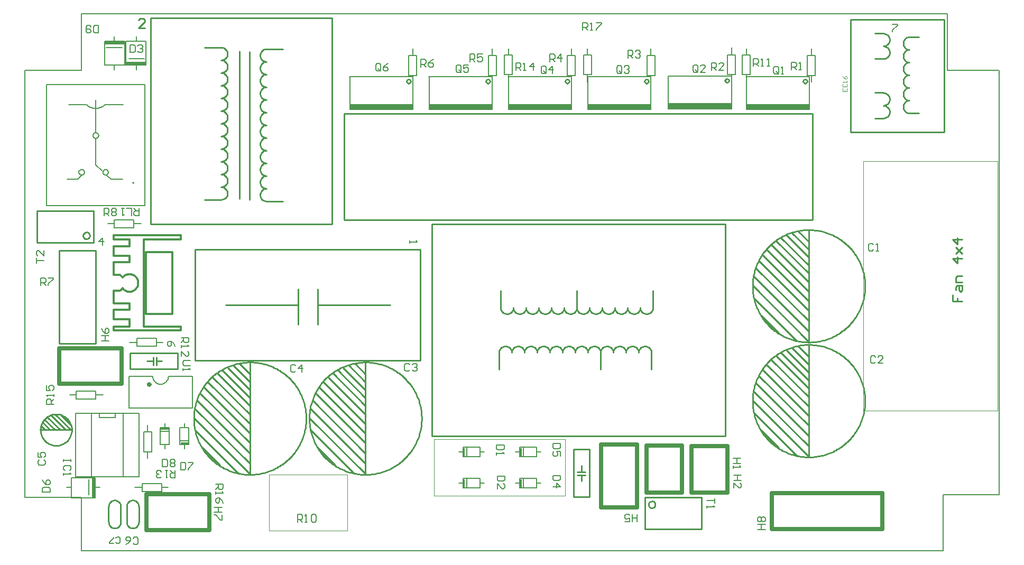
<source format=gto>
%FSLAX24Y24*%
%MOIN*%
G70*
G01*
G75*
%ADD10C,0.0394*%
%ADD11C,0.0591*%
%ADD12C,0.0787*%
%ADD13C,0.1969*%
%ADD14C,0.1575*%
%ADD15C,0.1181*%
%ADD16C,0.0984*%
%ADD17C,0.0984*%
%ADD18C,0.1000*%
%ADD19C,0.0591*%
%ADD20C,0.0787*%
%ADD21C,0.1969*%
%ADD22C,0.0800*%
%ADD23C,0.0709*%
%ADD24C,0.0630*%
%ADD25R,0.0630X0.0630*%
%ADD26O,0.0630X0.0787*%
%ADD27C,0.1200*%
%ADD28O,0.0800X0.1000*%
%ADD29R,0.0800X0.1000*%
%ADD30R,0.0787X0.0787*%
%ADD31O,0.0650X0.1000*%
%ADD32R,0.0650X0.1000*%
%ADD33R,0.0800X0.0800*%
%ADD34C,0.1181*%
%ADD35R,0.1181X0.1181*%
%ADD36O,0.0900X0.0600*%
%ADD37R,0.0900X0.0600*%
%ADD38O,0.0787X0.0591*%
%ADD39R,0.0630X0.0630*%
%ADD40R,0.1000X0.0650*%
%ADD41O,0.1000X0.0650*%
%ADD42R,0.0800X0.0800*%
%ADD43O,0.0591X0.0512*%
%ADD44R,0.0591X0.0512*%
G04:AMPARAMS|DCode=45|XSize=70mil|YSize=90mil|CornerRadius=0mil|HoleSize=0mil|Usage=FLASHONLY|Rotation=90.000|XOffset=0mil|YOffset=0mil|HoleType=Round|Shape=Octagon|*
%AMOCTAGOND45*
4,1,8,-0.0450,-0.0175,-0.0450,0.0175,-0.0275,0.0350,0.0275,0.0350,0.0450,0.0175,0.0450,-0.0175,0.0275,-0.0350,-0.0275,-0.0350,-0.0450,-0.0175,0.0*
%
%ADD45OCTAGOND45*%

%ADD46C,0.0394*%
%ADD47C,0.0100*%
%ADD48C,0.0070*%
%ADD49C,0.0150*%
%ADD50C,0.0120*%
%ADD51C,0.0039*%
%ADD52C,0.0079*%
%ADD53C,0.0250*%
%ADD54C,0.0080*%
%ADD55R,0.3990X0.0360*%
%ADD56R,0.0150X0.0550*%
%ADD57R,0.1260X0.0200*%
%ADD58R,0.0550X0.0150*%
%ADD59R,0.0200X0.1260*%
D47*
X328724Y31215D02*
X328820Y31227D01*
X328910Y31261D01*
X328989Y31316D01*
X329053Y31388D01*
X329098Y31473D01*
X329121Y31567D01*
Y31663D01*
X329098Y31757D01*
X329053Y31842D01*
X328989Y31914D01*
X328910Y31969D01*
X328820Y32003D01*
X328724Y32015D01*
X328820Y32027D01*
X328910Y32061D01*
X328989Y32116D01*
X329053Y32188D01*
X329098Y32273D01*
X329121Y32367D01*
Y32463D01*
X329098Y32557D01*
X329053Y32642D01*
X328989Y32714D01*
X328910Y32769D01*
X328820Y32803D01*
X328724Y32815D01*
X328820Y32827D01*
X328910Y32861D01*
X328989Y32916D01*
X329053Y32988D01*
X329098Y33073D01*
X329121Y33167D01*
Y33263D01*
X329098Y33357D01*
X329053Y33442D01*
X328989Y33514D01*
X328910Y33569D01*
X328820Y33603D01*
X328724Y33615D01*
Y35215D02*
X328820Y35227D01*
X328910Y35261D01*
X328989Y35316D01*
X329053Y35388D01*
X329098Y35473D01*
X329121Y35567D01*
Y35663D01*
X329098Y35757D01*
X329053Y35842D01*
X328989Y35914D01*
X328910Y35969D01*
X328820Y36003D01*
X328724Y36015D01*
Y34415D02*
X328820Y34427D01*
X328910Y34461D01*
X328989Y34516D01*
X329053Y34588D01*
X329098Y34673D01*
X329121Y34767D01*
Y34863D01*
X329098Y34957D01*
X329053Y35042D01*
X328989Y35114D01*
X328910Y35169D01*
X328820Y35203D01*
X328724Y35215D01*
Y33615D02*
X328820Y33627D01*
X328910Y33661D01*
X328989Y33716D01*
X329053Y33788D01*
X329098Y33873D01*
X329121Y33967D01*
Y34063D01*
X329098Y34157D01*
X329053Y34242D01*
X328989Y34314D01*
X328910Y34369D01*
X328820Y34403D01*
X328724Y34415D01*
Y38415D02*
X328820Y38427D01*
X328910Y38461D01*
X328989Y38516D01*
X329053Y38588D01*
X329098Y38673D01*
X329121Y38767D01*
Y38863D01*
X329098Y38957D01*
X329053Y39042D01*
X328989Y39114D01*
X328910Y39169D01*
X328820Y39203D01*
X328724Y39215D01*
X328820Y39227D01*
X328910Y39261D01*
X328989Y39316D01*
X329053Y39388D01*
X329098Y39473D01*
X329121Y39567D01*
Y39663D01*
X329098Y39757D01*
X329053Y39842D01*
X328989Y39914D01*
X328910Y39969D01*
X328820Y40003D01*
X328724Y40015D01*
X328820Y40027D01*
X328910Y40061D01*
X328989Y40116D01*
X329053Y40188D01*
X329098Y40273D01*
X329121Y40367D01*
Y40463D01*
X329098Y40557D01*
X329053Y40642D01*
X328989Y40714D01*
X328910Y40769D01*
X328820Y40803D01*
X328724Y40815D01*
Y37615D02*
X328820Y37627D01*
X328910Y37661D01*
X328989Y37716D01*
X329053Y37788D01*
X329098Y37873D01*
X329121Y37967D01*
Y38063D01*
X329098Y38157D01*
X329053Y38242D01*
X328989Y38314D01*
X328910Y38369D01*
X328820Y38403D01*
X328724Y38415D01*
Y36815D02*
X328820Y36827D01*
X328910Y36861D01*
X328989Y36916D01*
X329053Y36988D01*
X329098Y37073D01*
X329121Y37167D01*
Y37263D01*
X329098Y37357D01*
X329053Y37442D01*
X328989Y37514D01*
X328910Y37569D01*
X328820Y37603D01*
X328724Y37615D01*
Y36015D02*
X328820Y36027D01*
X328910Y36061D01*
X328989Y36116D01*
X329053Y36188D01*
X329098Y36273D01*
X329121Y36367D01*
Y36463D01*
X329098Y36557D01*
X329053Y36642D01*
X328989Y36714D01*
X328910Y36769D01*
X328820Y36803D01*
X328724Y36815D01*
X331574Y35915D02*
X331478Y35903D01*
X331388Y35869D01*
X331309Y35814D01*
X331245Y35742D01*
X331200Y35657D01*
X331177Y35563D01*
Y35467D01*
X331200Y35373D01*
X331245Y35288D01*
X331309Y35216D01*
X331388Y35161D01*
X331478Y35127D01*
X331574Y35115D01*
X331478Y35103D01*
X331388Y35069D01*
X331309Y35014D01*
X331245Y34942D01*
X331200Y34857D01*
X331177Y34763D01*
Y34667D01*
X331200Y34573D01*
X331245Y34488D01*
X331309Y34416D01*
X331388Y34361D01*
X331478Y34327D01*
X331574Y34315D01*
X331478Y34303D01*
X331388Y34269D01*
X331309Y34214D01*
X331245Y34142D01*
X331200Y34057D01*
X331177Y33963D01*
Y33867D01*
X331200Y33773D01*
X331245Y33688D01*
X331309Y33616D01*
X331388Y33561D01*
X331478Y33527D01*
X331574Y33515D01*
Y31915D02*
X331478Y31903D01*
X331388Y31869D01*
X331309Y31814D01*
X331245Y31742D01*
X331200Y31657D01*
X331177Y31563D01*
Y31467D01*
X331200Y31373D01*
X331245Y31288D01*
X331309Y31216D01*
X331388Y31161D01*
X331478Y31127D01*
X331574Y31115D01*
Y32715D02*
X331478Y32703D01*
X331388Y32669D01*
X331309Y32614D01*
X331245Y32542D01*
X331200Y32457D01*
X331177Y32363D01*
Y32267D01*
X331200Y32173D01*
X331245Y32088D01*
X331309Y32016D01*
X331388Y31961D01*
X331478Y31927D01*
X331574Y31915D01*
Y33515D02*
X331478Y33503D01*
X331388Y33469D01*
X331309Y33414D01*
X331245Y33342D01*
X331200Y33257D01*
X331177Y33163D01*
Y33067D01*
X331200Y32973D01*
X331245Y32888D01*
X331309Y32816D01*
X331388Y32761D01*
X331478Y32727D01*
X331574Y32715D01*
Y38315D02*
X331478Y38303D01*
X331388Y38269D01*
X331309Y38214D01*
X331245Y38142D01*
X331200Y38057D01*
X331177Y37963D01*
Y37867D01*
X331200Y37773D01*
X331245Y37688D01*
X331309Y37616D01*
X331388Y37561D01*
X331478Y37527D01*
X331574Y37515D01*
X331478Y37503D01*
X331388Y37469D01*
X331309Y37414D01*
X331245Y37342D01*
X331200Y37257D01*
X331177Y37163D01*
Y37067D01*
X331200Y36973D01*
X331245Y36888D01*
X331309Y36816D01*
X331388Y36761D01*
X331478Y36727D01*
X331574Y36715D01*
X331478Y36703D01*
X331388Y36669D01*
X331309Y36614D01*
X331245Y36542D01*
X331200Y36457D01*
X331177Y36363D01*
Y36267D01*
X331200Y36173D01*
X331245Y36088D01*
X331309Y36016D01*
X331388Y35961D01*
X331478Y35927D01*
X331574Y35915D01*
Y39115D02*
X331478Y39103D01*
X331388Y39069D01*
X331309Y39014D01*
X331245Y38942D01*
X331200Y38857D01*
X331177Y38763D01*
Y38667D01*
X331200Y38573D01*
X331245Y38488D01*
X331309Y38416D01*
X331388Y38361D01*
X331478Y38327D01*
X331574Y38315D01*
Y39915D02*
X331478Y39903D01*
X331388Y39869D01*
X331309Y39814D01*
X331245Y39742D01*
X331200Y39657D01*
X331177Y39563D01*
Y39467D01*
X331200Y39373D01*
X331245Y39288D01*
X331309Y39216D01*
X331388Y39161D01*
X331478Y39127D01*
X331574Y39115D01*
Y40715D02*
X331478Y40703D01*
X331388Y40669D01*
X331309Y40614D01*
X331245Y40542D01*
X331200Y40457D01*
X331177Y40363D01*
Y40267D01*
X331200Y40173D01*
X331245Y40088D01*
X331309Y40016D01*
X331388Y39961D01*
X331478Y39927D01*
X331574Y39915D01*
X355850Y21565D02*
X355839Y21660D01*
X355805Y21750D01*
X355750Y21830D01*
X355678Y21894D01*
X355592Y21939D01*
X355499Y21962D01*
X355402D01*
X355309Y21939D01*
X355223Y21894D01*
X355151Y21830D01*
X355096Y21750D01*
X355062Y21660D01*
X355050Y21565D01*
X355039Y21660D01*
X355005Y21750D01*
X354950Y21830D01*
X354878Y21894D01*
X354792Y21939D01*
X354699Y21962D01*
X354602D01*
X354509Y21939D01*
X354423Y21894D01*
X354351Y21830D01*
X354296Y21750D01*
X354262Y21660D01*
X354250Y21565D01*
X354239Y21660D01*
X354205Y21750D01*
X354150Y21830D01*
X354078Y21894D01*
X353992Y21939D01*
X353899Y21962D01*
X353802D01*
X353709Y21939D01*
X353623Y21894D01*
X353551Y21830D01*
X353496Y21750D01*
X353462Y21660D01*
X353450Y21565D01*
X351850D02*
X351839Y21660D01*
X351805Y21750D01*
X351750Y21830D01*
X351678Y21894D01*
X351592Y21939D01*
X351499Y21962D01*
X351402D01*
X351309Y21939D01*
X351223Y21894D01*
X351151Y21830D01*
X351096Y21750D01*
X351062Y21660D01*
X351050Y21565D01*
X352650D02*
X352639Y21660D01*
X352605Y21750D01*
X352550Y21830D01*
X352478Y21894D01*
X352392Y21939D01*
X352299Y21962D01*
X352202D01*
X352109Y21939D01*
X352023Y21894D01*
X351951Y21830D01*
X351896Y21750D01*
X351862Y21660D01*
X351850Y21565D01*
X353450D02*
X353439Y21660D01*
X353405Y21750D01*
X353350Y21830D01*
X353278Y21894D01*
X353192Y21939D01*
X353099Y21962D01*
X353002D01*
X352909Y21939D01*
X352823Y21894D01*
X352751Y21830D01*
X352696Y21750D01*
X352662Y21660D01*
X352650Y21565D01*
X348650D02*
X348639Y21660D01*
X348605Y21750D01*
X348550Y21830D01*
X348478Y21894D01*
X348392Y21939D01*
X348299Y21962D01*
X348202D01*
X348109Y21939D01*
X348023Y21894D01*
X347951Y21830D01*
X347896Y21750D01*
X347862Y21660D01*
X347850Y21565D01*
X347839Y21660D01*
X347805Y21750D01*
X347750Y21830D01*
X347678Y21894D01*
X347592Y21939D01*
X347499Y21962D01*
X347402D01*
X347309Y21939D01*
X347223Y21894D01*
X347151Y21830D01*
X347096Y21750D01*
X347062Y21660D01*
X347050Y21565D01*
X347039Y21660D01*
X347005Y21750D01*
X346950Y21830D01*
X346878Y21894D01*
X346792Y21939D01*
X346699Y21962D01*
X346602D01*
X346509Y21939D01*
X346423Y21894D01*
X346351Y21830D01*
X346296Y21750D01*
X346262Y21660D01*
X346250Y21565D01*
X349450D02*
X349439Y21660D01*
X349405Y21750D01*
X349350Y21830D01*
X349278Y21894D01*
X349192Y21939D01*
X349099Y21962D01*
X349002D01*
X348909Y21939D01*
X348823Y21894D01*
X348751Y21830D01*
X348696Y21750D01*
X348662Y21660D01*
X348650Y21565D01*
X350250D02*
X350239Y21660D01*
X350205Y21750D01*
X350150Y21830D01*
X350078Y21894D01*
X349992Y21939D01*
X349899Y21962D01*
X349802D01*
X349709Y21939D01*
X349623Y21894D01*
X349551Y21830D01*
X349496Y21750D01*
X349462Y21660D01*
X349450Y21565D01*
X351050D02*
X351039Y21660D01*
X351005Y21750D01*
X350950Y21830D01*
X350878Y21894D01*
X350792Y21939D01*
X350699Y21962D01*
X350602D01*
X350509Y21939D01*
X350423Y21894D01*
X350351Y21830D01*
X350296Y21750D01*
X350262Y21660D01*
X350250Y21565D01*
X351150Y24415D02*
X351162Y24319D01*
X351196Y24229D01*
X351251Y24149D01*
X351323Y24085D01*
X351409Y24041D01*
X351502Y24017D01*
X351599D01*
X351692Y24041D01*
X351778Y24085D01*
X351850Y24149D01*
X351905Y24229D01*
X351939Y24319D01*
X351950Y24415D01*
X351962Y24319D01*
X351996Y24229D01*
X352051Y24149D01*
X352123Y24085D01*
X352209Y24041D01*
X352302Y24017D01*
X352399D01*
X352492Y24041D01*
X352578Y24085D01*
X352650Y24149D01*
X352705Y24229D01*
X352739Y24319D01*
X352750Y24415D01*
X352762Y24319D01*
X352796Y24229D01*
X352851Y24149D01*
X352923Y24085D01*
X353009Y24041D01*
X353102Y24017D01*
X353199D01*
X353292Y24041D01*
X353378Y24085D01*
X353450Y24149D01*
X353505Y24229D01*
X353539Y24319D01*
X353550Y24415D01*
X355150D02*
X355162Y24319D01*
X355196Y24229D01*
X355251Y24149D01*
X355323Y24085D01*
X355409Y24041D01*
X355502Y24017D01*
X355599D01*
X355692Y24041D01*
X355778Y24085D01*
X355850Y24149D01*
X355905Y24229D01*
X355939Y24319D01*
X355950Y24415D01*
X354350D02*
X354362Y24319D01*
X354396Y24229D01*
X354451Y24149D01*
X354523Y24085D01*
X354609Y24041D01*
X354702Y24017D01*
X354799D01*
X354892Y24041D01*
X354978Y24085D01*
X355050Y24149D01*
X355105Y24229D01*
X355139Y24319D01*
X355150Y24415D01*
X353550D02*
X353562Y24319D01*
X353596Y24229D01*
X353651Y24149D01*
X353723Y24085D01*
X353809Y24041D01*
X353902Y24017D01*
X353999D01*
X354092Y24041D01*
X354178Y24085D01*
X354250Y24149D01*
X354305Y24229D01*
X354339Y24319D01*
X354350Y24415D01*
X348750D02*
X348762Y24319D01*
X348796Y24229D01*
X348851Y24149D01*
X348923Y24085D01*
X349009Y24041D01*
X349102Y24017D01*
X349199D01*
X349292Y24041D01*
X349378Y24085D01*
X349450Y24149D01*
X349505Y24229D01*
X349539Y24319D01*
X349550Y24415D01*
X349562Y24319D01*
X349596Y24229D01*
X349651Y24149D01*
X349723Y24085D01*
X349809Y24041D01*
X349902Y24017D01*
X349999D01*
X350092Y24041D01*
X350178Y24085D01*
X350250Y24149D01*
X350305Y24229D01*
X350339Y24319D01*
X350350Y24415D01*
X350362Y24319D01*
X350396Y24229D01*
X350451Y24149D01*
X350523Y24085D01*
X350609Y24041D01*
X350702Y24017D01*
X350799D01*
X350892Y24041D01*
X350978Y24085D01*
X351050Y24149D01*
X351105Y24229D01*
X351139Y24319D01*
X351150Y24415D01*
X347950D02*
X347962Y24319D01*
X347996Y24229D01*
X348051Y24149D01*
X348123Y24085D01*
X348209Y24041D01*
X348302Y24017D01*
X348399D01*
X348492Y24041D01*
X348578Y24085D01*
X348650Y24149D01*
X348705Y24229D01*
X348739Y24319D01*
X348750Y24415D01*
X347150D02*
X347162Y24319D01*
X347196Y24229D01*
X347251Y24149D01*
X347323Y24085D01*
X347409Y24041D01*
X347502Y24017D01*
X347599D01*
X347692Y24041D01*
X347778Y24085D01*
X347850Y24149D01*
X347905Y24229D01*
X347939Y24319D01*
X347950Y24415D01*
X346350D02*
X346362Y24319D01*
X346396Y24229D01*
X346451Y24149D01*
X346523Y24085D01*
X346609Y24041D01*
X346702Y24017D01*
X346799D01*
X346892Y24041D01*
X346978Y24085D01*
X347050Y24149D01*
X347105Y24229D01*
X347139Y24319D01*
X347150Y24415D01*
X321632Y10882D02*
X321644Y10784D01*
X321681Y10692D01*
X321742Y10613D01*
X321820Y10552D01*
X321912Y10514D01*
X322011Y10502D01*
X322109Y10516D01*
X322200Y10555D01*
X322278Y10617D01*
X322337Y10697D01*
X322373Y10789D01*
X322384Y10888D01*
X322384Y11884D02*
X322372Y11982D01*
X322334Y12074D01*
X322274Y12153D01*
X322195Y12214D01*
X322104Y12251D01*
X322005Y12264D01*
X321907Y12250D01*
X321815Y12211D01*
X321738Y12149D01*
X321679Y12069D01*
X321643Y11977D01*
X321632Y11878D01*
X370477Y40098D02*
X370573Y40110D01*
X370663Y40144D01*
X370742Y40199D01*
X370806Y40271D01*
X370851Y40357D01*
X370874Y40450D01*
Y40547D01*
X370851Y40640D01*
X370806Y40726D01*
X370742Y40798D01*
X370663Y40853D01*
X370573Y40887D01*
X370477Y40898D01*
X370573Y40910D01*
X370663Y40944D01*
X370742Y40999D01*
X370806Y41071D01*
X370851Y41157D01*
X370874Y41250D01*
Y41347D01*
X370851Y41440D01*
X370806Y41526D01*
X370742Y41598D01*
X370663Y41653D01*
X370573Y41687D01*
X370477Y41698D01*
X372128Y39073D02*
X372032Y39062D01*
X371942Y39027D01*
X371862Y38973D01*
X371798Y38900D01*
X371754Y38815D01*
X371730Y38721D01*
Y38625D01*
X371754Y38531D01*
X371798Y38446D01*
X371862Y38374D01*
X371942Y38319D01*
X372032Y38285D01*
X372128Y38273D01*
X372032Y38262D01*
X371942Y38227D01*
X371862Y38173D01*
X371798Y38100D01*
X371754Y38015D01*
X371730Y37921D01*
Y37825D01*
X371754Y37731D01*
X371798Y37646D01*
X371862Y37574D01*
X371942Y37519D01*
X372032Y37485D01*
X372128Y37473D01*
X372032Y37462D01*
X371942Y37427D01*
X371862Y37373D01*
X371798Y37300D01*
X371754Y37215D01*
X371730Y37121D01*
Y37025D01*
X371754Y36931D01*
X371798Y36846D01*
X371862Y36774D01*
X371942Y36719D01*
X372032Y36685D01*
X372128Y36673D01*
Y39873D02*
X372032Y39862D01*
X371942Y39827D01*
X371862Y39773D01*
X371798Y39700D01*
X371754Y39615D01*
X371730Y39521D01*
Y39425D01*
X371754Y39331D01*
X371798Y39246D01*
X371862Y39174D01*
X371942Y39119D01*
X372032Y39085D01*
X372128Y39073D01*
Y40673D02*
X372032Y40662D01*
X371942Y40627D01*
X371862Y40573D01*
X371798Y40500D01*
X371754Y40415D01*
X371730Y40321D01*
Y40225D01*
X371754Y40131D01*
X371798Y40046D01*
X371862Y39974D01*
X371942Y39919D01*
X372032Y39885D01*
X372128Y39873D01*
Y41473D02*
X372032Y41462D01*
X371942Y41427D01*
X371862Y41373D01*
X371798Y41300D01*
X371754Y41215D01*
X371730Y41121D01*
Y41025D01*
X371754Y40931D01*
X371798Y40846D01*
X371862Y40774D01*
X371942Y40719D01*
X372032Y40685D01*
X372128Y40673D01*
X370477Y37158D02*
X370573Y37170D01*
X370663Y37204D01*
X370742Y37259D01*
X370806Y37331D01*
X370851Y37416D01*
X370874Y37510D01*
Y37606D01*
X370851Y37700D01*
X370806Y37785D01*
X370742Y37858D01*
X370663Y37912D01*
X370573Y37947D01*
X370477Y37958D01*
Y36358D02*
X370573Y36370D01*
X370663Y36404D01*
X370742Y36459D01*
X370806Y36531D01*
X370851Y36616D01*
X370874Y36710D01*
Y36806D01*
X370851Y36900D01*
X370806Y36985D01*
X370742Y37058D01*
X370663Y37112D01*
X370573Y37147D01*
X370477Y37158D01*
X356095Y11987D02*
X356071Y12086D01*
X356004Y12162D01*
X355909Y12198D01*
X355808Y12185D01*
X355725Y12128D01*
X355677Y12038D01*
Y11936D01*
X355725Y11846D01*
X355808Y11789D01*
X355909Y11776D01*
X356004Y11812D01*
X356071Y11888D01*
X356095Y11987D01*
X340673Y38689D02*
X340635Y38780D01*
X340544Y38818D01*
X340452Y38780D01*
X340414Y38689D01*
X340452Y38597D01*
X340544Y38559D01*
X340635Y38597D01*
X340673Y38689D01*
X345673D02*
X345635Y38780D01*
X345544Y38818D01*
X345452Y38780D01*
X345414Y38689D01*
X345452Y38597D01*
X345544Y38559D01*
X345635Y38597D01*
X345673Y38689D01*
X350673D02*
X350635Y38780D01*
X350544Y38818D01*
X350452Y38780D01*
X350414Y38689D01*
X350452Y38597D01*
X350544Y38559D01*
X350635Y38597D01*
X350673Y38689D01*
X355673D02*
X355635Y38780D01*
X355544Y38818D01*
X355452Y38780D01*
X355414Y38689D01*
X355452Y38597D01*
X355544Y38559D01*
X355635Y38597D01*
X355673Y38689D01*
X360752Y38728D02*
X360714Y38820D01*
X360622Y38858D01*
X360531Y38820D01*
X360493Y38728D01*
X360531Y38636D01*
X360622Y38598D01*
X360714Y38636D01*
X360752Y38728D01*
X365673Y38689D02*
X365635Y38780D01*
X365544Y38818D01*
X365452Y38780D01*
X365414Y38689D01*
X365452Y38597D01*
X365544Y38559D01*
X365635Y38597D01*
X365673Y38689D01*
X369319Y25768D02*
X369318Y25868D01*
X369314Y25967D01*
X369307Y26067D01*
X369297Y26166D01*
X369284Y26265D01*
X369269Y26364D01*
X369251Y26462D01*
X369230Y26560D01*
X369206Y26657D01*
X369180Y26753D01*
X369150Y26848D01*
X369119Y26943D01*
X369084Y27037D01*
X369047Y27129D01*
X369008Y27221D01*
X368965Y27312D01*
X368921Y27401D01*
X368873Y27489D01*
X368824Y27575D01*
X368771Y27660D01*
X368717Y27744D01*
X368660Y27826D01*
X368601Y27907D01*
X368540Y27985D01*
X368476Y28062D01*
X368410Y28137D01*
X368342Y28211D01*
X368273Y28282D01*
X368201Y28351D01*
X368127Y28419D01*
X368051Y28484D01*
X367974Y28547D01*
X367895Y28608D01*
X367814Y28666D01*
X367732Y28723D01*
X367648Y28776D01*
X367562Y28828D01*
X367475Y28877D01*
X367387Y28924D01*
X367297Y28968D01*
X367207Y29009D01*
X367115Y29048D01*
X367022Y29085D01*
X366928Y29119D01*
X366833Y29150D01*
X366737Y29178D01*
X366641Y29204D01*
X366544Y29227D01*
X366446Y29247D01*
X366348Y29265D01*
X366249Y29279D01*
X366150Y29291D01*
X366050Y29300D01*
X365951Y29307D01*
X365851Y29310D01*
X365751Y29311D01*
X365651Y29309D01*
X365552Y29304D01*
X365452Y29296D01*
X365353Y29286D01*
X365254Y29272D01*
X365155Y29256D01*
X365057Y29237D01*
X364960Y29216D01*
X364863Y29191D01*
X364767Y29164D01*
X364672Y29135D01*
X364577Y29102D01*
X364484Y29067D01*
X364391Y29029D01*
X364300Y28989D01*
X364210Y28946D01*
X364121Y28901D01*
X364033Y28853D01*
X363947Y28802D01*
X363862Y28750D01*
X363779Y28695D01*
X363697Y28637D01*
X363617Y28578D01*
X363539Y28516D01*
X363462Y28452D01*
X363388Y28385D01*
X363315Y28317D01*
X363244Y28247D01*
X363175Y28174D01*
X363109Y28100D01*
X363044Y28024D01*
X362981Y27946D01*
X362921Y27867D01*
X362863Y27785D01*
X362808Y27702D01*
X362754Y27618D01*
X362703Y27532D01*
X362655Y27445D01*
X362609Y27356D01*
X362565Y27266D01*
X362524Y27175D01*
X362486Y27083D01*
X362450Y26990D01*
X362417Y26896D01*
X362387Y26801D01*
X362359Y26705D01*
X362334Y26608D01*
X362312Y26511D01*
X362292Y26413D01*
X362275Y26315D01*
X362261Y26216D01*
X362250Y26117D01*
X362241Y26017D01*
X362236Y25917D01*
X362233Y25818D01*
Y25718D01*
X362236Y25618D01*
X362241Y25518D01*
X362250Y25419D01*
X362261Y25320D01*
X362275Y25221D01*
X362292Y25122D01*
X362312Y25025D01*
X362334Y24927D01*
X362359Y24831D01*
X362387Y24735D01*
X362417Y24640D01*
X362450Y24545D01*
X362486Y24452D01*
X362524Y24360D01*
X362565Y24269D01*
X362609Y24179D01*
X362655Y24091D01*
X362703Y24003D01*
X362754Y23917D01*
X362808Y23833D01*
X362863Y23750D01*
X362921Y23669D01*
X362981Y23589D01*
X363044Y23511D01*
X363109Y23435D01*
X363175Y23361D01*
X363244Y23289D01*
X363315Y23218D01*
X363388Y23150D01*
X363462Y23084D01*
X363539Y23020D01*
X363617Y22958D01*
X363697Y22898D01*
X363779Y22841D01*
X363862Y22786D01*
X363947Y22733D01*
X364033Y22683D01*
X364121Y22635D01*
X364210Y22589D01*
X364300Y22547D01*
X364391Y22506D01*
X364484Y22468D01*
X364577Y22433D01*
X364672Y22401D01*
X364767Y22371D01*
X364863Y22344D01*
X364960Y22320D01*
X365057Y22298D01*
X365155Y22279D01*
X365254Y22263D01*
X365353Y22250D01*
X365452Y22239D01*
X365551Y22232D01*
X365651Y22227D01*
X365751Y22225D01*
X365851Y22225D01*
X365951Y22229D01*
X366050Y22235D01*
X366150Y22244D01*
X366249Y22256D01*
X366348Y22271D01*
X366446Y22288D01*
X366544Y22309D01*
X366641Y22332D01*
X366737Y22357D01*
X366833Y22386D01*
X366928Y22417D01*
X367022Y22451D01*
X367115Y22487D01*
X367207Y22526D01*
X367297Y22568D01*
X367387Y22612D01*
X367475Y22658D01*
X367562Y22707D01*
X367648Y22759D01*
X367732Y22813D01*
X367814Y22869D01*
X367895Y22928D01*
X367974Y22989D01*
X368051Y23052D01*
X368127Y23117D01*
X368201Y23184D01*
X368273Y23253D01*
X368342Y23325D01*
X368410Y23398D01*
X368476Y23473D01*
X368540Y23550D01*
X368601Y23629D01*
X368660Y23709D01*
X368717Y23791D01*
X368771Y23875D01*
X368824Y23960D01*
X368873Y24047D01*
X368921Y24135D01*
X368965Y24224D01*
X369008Y24314D01*
X369047Y24406D01*
X369084Y24499D01*
X369119Y24592D01*
X369150Y24687D01*
X369180Y24783D01*
X369206Y24879D01*
X369230Y24976D01*
X369251Y25073D01*
X369269Y25172D01*
X369284Y25270D01*
X369297Y25369D01*
X369307Y25469D01*
X369314Y25568D01*
X369318Y25668D01*
X369319Y25768D01*
Y18524D02*
X369318Y18623D01*
X369314Y18723D01*
X369307Y18823D01*
X369297Y18922D01*
X369284Y19021D01*
X369269Y19120D01*
X369251Y19218D01*
X369230Y19316D01*
X369206Y19413D01*
X369180Y19509D01*
X369150Y19604D01*
X369119Y19699D01*
X369084Y19793D01*
X369047Y19885D01*
X369008Y19977D01*
X368965Y20067D01*
X368921Y20157D01*
X368873Y20245D01*
X368824Y20331D01*
X368771Y20416D01*
X368717Y20500D01*
X368660Y20582D01*
X368601Y20662D01*
X368540Y20741D01*
X368476Y20818D01*
X368410Y20893D01*
X368342Y20967D01*
X368273Y21038D01*
X368201Y21107D01*
X368127Y21175D01*
X368051Y21240D01*
X367974Y21303D01*
X367895Y21364D01*
X367814Y21422D01*
X367732Y21478D01*
X367648Y21532D01*
X367562Y21584D01*
X367475Y21633D01*
X367387Y21680D01*
X367297Y21724D01*
X367207Y21765D01*
X367115Y21804D01*
X367022Y21841D01*
X366928Y21875D01*
X366833Y21906D01*
X366737Y21934D01*
X366641Y21960D01*
X366544Y21983D01*
X366446Y22003D01*
X366348Y22021D01*
X366249Y22035D01*
X366150Y22047D01*
X366050Y22056D01*
X365951Y22063D01*
X365851Y22066D01*
X365751Y22067D01*
X365651Y22065D01*
X365552Y22060D01*
X365452Y22052D01*
X365353Y22042D01*
X365254Y22028D01*
X365155Y22012D01*
X365057Y21993D01*
X364960Y21972D01*
X364863Y21947D01*
X364767Y21920D01*
X364672Y21890D01*
X364577Y21858D01*
X364484Y21823D01*
X364391Y21785D01*
X364300Y21745D01*
X364210Y21702D01*
X364121Y21657D01*
X364033Y21609D01*
X363947Y21558D01*
X363862Y21506D01*
X363779Y21451D01*
X363697Y21393D01*
X363617Y21333D01*
X363539Y21272D01*
X363462Y21207D01*
X363388Y21141D01*
X363315Y21073D01*
X363244Y21003D01*
X363175Y20930D01*
X363109Y20856D01*
X363044Y20780D01*
X362981Y20702D01*
X362921Y20622D01*
X362863Y20541D01*
X362808Y20458D01*
X362754Y20374D01*
X362703Y20288D01*
X362655Y20201D01*
X362609Y20112D01*
X362565Y20022D01*
X362524Y19931D01*
X362486Y19839D01*
X362450Y19746D01*
X362417Y19652D01*
X362387Y19557D01*
X362359Y19461D01*
X362334Y19364D01*
X362312Y19267D01*
X362292Y19169D01*
X362275Y19071D01*
X362261Y18972D01*
X362250Y18872D01*
X362241Y18773D01*
X362236Y18673D01*
X362233Y18574D01*
Y18474D01*
X362236Y18374D01*
X362241Y18274D01*
X362250Y18175D01*
X362261Y18076D01*
X362275Y17977D01*
X362292Y17878D01*
X362312Y17780D01*
X362334Y17683D01*
X362359Y17586D01*
X362387Y17491D01*
X362417Y17396D01*
X362450Y17301D01*
X362486Y17208D01*
X362524Y17116D01*
X362565Y17025D01*
X362609Y16935D01*
X362655Y16846D01*
X362703Y16759D01*
X362754Y16673D01*
X362808Y16589D01*
X362863Y16506D01*
X362921Y16425D01*
X362981Y16345D01*
X363044Y16267D01*
X363109Y16191D01*
X363175Y16117D01*
X363244Y16045D01*
X363315Y15974D01*
X363388Y15906D01*
X363462Y15840D01*
X363539Y15776D01*
X363617Y15714D01*
X363697Y15654D01*
X363779Y15597D01*
X363862Y15542D01*
X363947Y15489D01*
X364033Y15439D01*
X364121Y15391D01*
X364210Y15345D01*
X364300Y15302D01*
X364391Y15262D01*
X364484Y15224D01*
X364577Y15189D01*
X364672Y15157D01*
X364767Y15127D01*
X364863Y15100D01*
X364960Y15076D01*
X365057Y15054D01*
X365155Y15035D01*
X365254Y15019D01*
X365353Y15006D01*
X365452Y14995D01*
X365551Y14987D01*
X365651Y14983D01*
X365751Y14980D01*
X365851Y14981D01*
X365951Y14985D01*
X366050Y14991D01*
X366150Y15000D01*
X366249Y15012D01*
X366348Y15027D01*
X366446Y15044D01*
X366544Y15064D01*
X366641Y15087D01*
X366737Y15113D01*
X366833Y15142D01*
X366928Y15173D01*
X367022Y15207D01*
X367115Y15243D01*
X367207Y15282D01*
X367297Y15324D01*
X367387Y15368D01*
X367475Y15414D01*
X367562Y15463D01*
X367648Y15515D01*
X367732Y15569D01*
X367814Y15625D01*
X367895Y15684D01*
X367974Y15744D01*
X368051Y15808D01*
X368127Y15873D01*
X368201Y15940D01*
X368273Y16009D01*
X368342Y16081D01*
X368410Y16154D01*
X368476Y16229D01*
X368540Y16306D01*
X368601Y16385D01*
X368660Y16465D01*
X368717Y16547D01*
X368771Y16631D01*
X368824Y16716D01*
X368873Y16803D01*
X368921Y16891D01*
X368965Y16980D01*
X369008Y17070D01*
X369047Y17162D01*
X369084Y17255D01*
X369119Y17348D01*
X369150Y17443D01*
X369180Y17538D01*
X369206Y17635D01*
X369230Y17732D01*
X369251Y17829D01*
X369269Y17927D01*
X369284Y18026D01*
X369297Y18125D01*
X369307Y18224D01*
X369314Y18324D01*
X369318Y18424D01*
X369319Y18524D01*
X341367Y17421D02*
X341365Y17521D01*
X341361Y17621D01*
X341354Y17720D01*
X341344Y17820D01*
X341331Y17919D01*
X341316Y18017D01*
X341298Y18116D01*
X341277Y18213D01*
X341253Y18310D01*
X341227Y18406D01*
X341198Y18502D01*
X341166Y18597D01*
X341131Y18690D01*
X341094Y18783D01*
X341055Y18875D01*
X341013Y18965D01*
X340968Y19054D01*
X340921Y19142D01*
X340871Y19229D01*
X340819Y19314D01*
X340764Y19398D01*
X340707Y19480D01*
X340648Y19560D01*
X340587Y19639D01*
X340523Y19716D01*
X340458Y19791D01*
X340390Y19864D01*
X340320Y19936D01*
X340248Y20005D01*
X340174Y20072D01*
X340099Y20137D01*
X340021Y20200D01*
X339942Y20261D01*
X339861Y20320D01*
X339779Y20376D01*
X339695Y20430D01*
X339609Y20482D01*
X339522Y20531D01*
X339434Y20577D01*
X339345Y20621D01*
X339254Y20663D01*
X339162Y20702D01*
X339069Y20738D01*
X338975Y20772D01*
X338880Y20803D01*
X338784Y20832D01*
X338688Y20857D01*
X338591Y20880D01*
X338493Y20901D01*
X338395Y20918D01*
X338296Y20933D01*
X338197Y20945D01*
X338097Y20954D01*
X337998Y20960D01*
X337898Y20964D01*
X337798Y20964D01*
X337698Y20962D01*
X337599Y20957D01*
X337499Y20950D01*
X337400Y20939D01*
X337301Y20926D01*
X337202Y20910D01*
X337104Y20891D01*
X337007Y20869D01*
X336910Y20845D01*
X336814Y20818D01*
X336719Y20788D01*
X336624Y20756D01*
X336531Y20721D01*
X336438Y20683D01*
X336347Y20642D01*
X336257Y20600D01*
X336168Y20554D01*
X336080Y20506D01*
X335994Y20456D01*
X335909Y20403D01*
X335826Y20348D01*
X335745Y20291D01*
X335665Y20231D01*
X335586Y20169D01*
X335510Y20105D01*
X335435Y20039D01*
X335362Y19970D01*
X335291Y19900D01*
X335223Y19828D01*
X335156Y19754D01*
X335091Y19678D01*
X335029Y19600D01*
X334968Y19520D01*
X334910Y19439D01*
X334855Y19356D01*
X334801Y19272D01*
X334750Y19186D01*
X334702Y19098D01*
X334656Y19010D01*
X334613Y18920D01*
X334572Y18829D01*
X334533Y18737D01*
X334497Y18644D01*
X334464Y18549D01*
X334434Y18454D01*
X334406Y18358D01*
X334381Y18262D01*
X334359Y18164D01*
X334339Y18067D01*
X334322Y17968D01*
X334308Y17869D01*
X334297Y17770D01*
X334289Y17671D01*
X334283Y17571D01*
X334280Y17471D01*
Y17371D01*
X334283Y17272D01*
X334289Y17172D01*
X334297Y17072D01*
X334308Y16973D01*
X334322Y16874D01*
X334339Y16776D01*
X334359Y16678D01*
X334381Y16581D01*
X334406Y16484D01*
X334434Y16388D01*
X334464Y16293D01*
X334497Y16199D01*
X334533Y16106D01*
X334572Y16014D01*
X334613Y15923D01*
X334656Y15833D01*
X334702Y15744D01*
X334750Y15657D01*
X334801Y15571D01*
X334855Y15487D01*
X334910Y15404D01*
X334968Y15322D01*
X335029Y15243D01*
X335091Y15165D01*
X335156Y15089D01*
X335223Y15015D01*
X335291Y14942D01*
X335362Y14872D01*
X335435Y14804D01*
X335510Y14737D01*
X335586Y14673D01*
X335665Y14611D01*
X335745Y14552D01*
X335826Y14494D01*
X335909Y14439D01*
X335994Y14386D01*
X336080Y14336D01*
X336168Y14288D01*
X336257Y14243D01*
X336347Y14200D01*
X336438Y14160D01*
X336531Y14122D01*
X336624Y14087D01*
X336719Y14054D01*
X336814Y14025D01*
X336910Y13998D01*
X337007Y13973D01*
X337104Y13952D01*
X337202Y13933D01*
X337301Y13917D01*
X337400Y13903D01*
X337499Y13893D01*
X337599Y13885D01*
X337698Y13880D01*
X337798Y13878D01*
X337898Y13879D01*
X337998Y13882D01*
X338097Y13889D01*
X338197Y13898D01*
X338296Y13910D01*
X338395Y13924D01*
X338493Y13942D01*
X338591Y13962D01*
X338688Y13985D01*
X338784Y14011D01*
X338880Y14039D01*
X338975Y14070D01*
X339069Y14104D01*
X339162Y14141D01*
X339254Y14180D01*
X339345Y14221D01*
X339434Y14265D01*
X339522Y14312D01*
X339609Y14361D01*
X339695Y14413D01*
X339779Y14466D01*
X339861Y14523D01*
X339942Y14581D01*
X340021Y14642D01*
X340099Y14705D01*
X340174Y14770D01*
X340248Y14838D01*
X340320Y14907D01*
X340390Y14978D01*
X340458Y15052D01*
X340523Y15127D01*
X340587Y15204D01*
X340648Y15282D01*
X340707Y15363D01*
X340764Y15445D01*
X340819Y15529D01*
X340871Y15614D01*
X340921Y15700D01*
X340968Y15788D01*
X341013Y15877D01*
X341055Y15968D01*
X341094Y16060D01*
X341131Y16152D01*
X341166Y16246D01*
X341198Y16341D01*
X341227Y16436D01*
X341253Y16532D01*
X341277Y16629D01*
X341298Y16727D01*
X341316Y16825D01*
X341331Y16924D01*
X341344Y17023D01*
X341354Y17122D01*
X341361Y17222D01*
X341365Y17321D01*
X341367Y17421D01*
X334083Y17421D02*
X334082Y17521D01*
X334077Y17621D01*
X334070Y17720D01*
X334061Y17820D01*
X334048Y17919D01*
X334033Y18017D01*
X334014Y18116D01*
X333993Y18213D01*
X333970Y18310D01*
X333943Y18406D01*
X333914Y18502D01*
X333882Y18597D01*
X333848Y18690D01*
X333811Y18783D01*
X333771Y18875D01*
X333729Y18965D01*
X333684Y19054D01*
X333637Y19142D01*
X333587Y19229D01*
X333535Y19314D01*
X333481Y19398D01*
X333424Y19480D01*
X333365Y19560D01*
X333303Y19639D01*
X333240Y19716D01*
X333174Y19791D01*
X333106Y19864D01*
X333036Y19936D01*
X332965Y20005D01*
X332891Y20072D01*
X332815Y20137D01*
X332738Y20200D01*
X332659Y20261D01*
X332578Y20320D01*
X332495Y20376D01*
X332411Y20430D01*
X332326Y20482D01*
X332239Y20531D01*
X332151Y20577D01*
X332061Y20621D01*
X331970Y20663D01*
X331878Y20702D01*
X331785Y20738D01*
X331692Y20772D01*
X331597Y20803D01*
X331501Y20832D01*
X331404Y20857D01*
X331307Y20880D01*
X331210Y20901D01*
X331111Y20918D01*
X331013Y20933D01*
X330913Y20945D01*
X330814Y20954D01*
X330714Y20960D01*
X330615Y20964D01*
X330515Y20964D01*
X330415Y20962D01*
X330315Y20957D01*
X330216Y20950D01*
X330116Y20939D01*
X330018Y20926D01*
X329919Y20910D01*
X329821Y20891D01*
X329724Y20869D01*
X329627Y20845D01*
X329531Y20818D01*
X329435Y20788D01*
X329341Y20756D01*
X329247Y20721D01*
X329155Y20683D01*
X329064Y20642D01*
X328974Y20600D01*
X328885Y20554D01*
X328797Y20506D01*
X328711Y20456D01*
X328626Y20403D01*
X328543Y20348D01*
X328461Y20291D01*
X328381Y20231D01*
X328303Y20169D01*
X328226Y20105D01*
X328152Y20039D01*
X328079Y19970D01*
X328008Y19900D01*
X327939Y19828D01*
X327872Y19754D01*
X327808Y19678D01*
X327745Y19600D01*
X327685Y19520D01*
X327627Y19439D01*
X327571Y19356D01*
X327518Y19272D01*
X327467Y19186D01*
X327419Y19098D01*
X327373Y19010D01*
X327329Y18920D01*
X327288Y18829D01*
X327250Y18737D01*
X327214Y18644D01*
X327181Y18549D01*
X327150Y18454D01*
X327123Y18358D01*
X327098Y18262D01*
X327075Y18164D01*
X327056Y18067D01*
X327039Y17968D01*
X327025Y17869D01*
X327014Y17770D01*
X327005Y17671D01*
X327000Y17571D01*
X326997Y17471D01*
Y17371D01*
X327000Y17272D01*
X327005Y17172D01*
X327014Y17072D01*
X327025Y16973D01*
X327039Y16874D01*
X327056Y16776D01*
X327075Y16678D01*
X327098Y16581D01*
X327123Y16484D01*
X327150Y16388D01*
X327181Y16293D01*
X327214Y16199D01*
X327250Y16106D01*
X327288Y16014D01*
X327329Y15923D01*
X327373Y15833D01*
X327419Y15744D01*
X327467Y15657D01*
X327518Y15571D01*
X327571Y15487D01*
X327627Y15404D01*
X327685Y15322D01*
X327745Y15243D01*
X327808Y15165D01*
X327872Y15089D01*
X327939Y15015D01*
X328008Y14942D01*
X328079Y14872D01*
X328152Y14804D01*
X328226Y14737D01*
X328303Y14673D01*
X328381Y14611D01*
X328461Y14552D01*
X328543Y14494D01*
X328626Y14439D01*
X328711Y14386D01*
X328797Y14336D01*
X328885Y14288D01*
X328974Y14243D01*
X329064Y14200D01*
X329155Y14160D01*
X329247Y14122D01*
X329341Y14087D01*
X329435Y14054D01*
X329531Y14025D01*
X329627Y13998D01*
X329724Y13973D01*
X329821Y13952D01*
X329919Y13933D01*
X330018Y13917D01*
X330116Y13903D01*
X330216Y13893D01*
X330315Y13885D01*
X330415Y13880D01*
X330515Y13878D01*
X330615Y13879D01*
X330714Y13882D01*
X330814Y13889D01*
X330913Y13898D01*
X331013Y13910D01*
X331111Y13924D01*
X331210Y13942D01*
X331307Y13962D01*
X331404Y13985D01*
X331501Y14011D01*
X331597Y14039D01*
X331692Y14070D01*
X331785Y14104D01*
X331878Y14141D01*
X331970Y14180D01*
X332061Y14221D01*
X332151Y14265D01*
X332239Y14312D01*
X332326Y14361D01*
X332411Y14413D01*
X332495Y14466D01*
X332578Y14523D01*
X332659Y14581D01*
X332738Y14642D01*
X332815Y14705D01*
X332891Y14770D01*
X332965Y14838D01*
X333036Y14907D01*
X333106Y14978D01*
X333174Y15052D01*
X333240Y15127D01*
X333303Y15204D01*
X333365Y15282D01*
X333424Y15363D01*
X333481Y15445D01*
X333535Y15529D01*
X333587Y15614D01*
X333637Y15700D01*
X333684Y15788D01*
X333729Y15877D01*
X333771Y15968D01*
X333811Y16060D01*
X333848Y16152D01*
X333882Y16246D01*
X333914Y16341D01*
X333943Y16436D01*
X333970Y16532D01*
X333993Y16629D01*
X334014Y16727D01*
X334033Y16825D01*
X334048Y16924D01*
X334061Y17023D01*
X334070Y17122D01*
X334077Y17222D01*
X334082Y17321D01*
X334083Y17421D01*
X320439Y28953D02*
X320415Y29051D01*
X320347Y29127D01*
X320252Y29163D01*
X320152Y29151D01*
X320068Y29093D01*
X320021Y29004D01*
Y28902D01*
X320068Y28812D01*
X320152Y28754D01*
X320252Y28742D01*
X320347Y28778D01*
X320415Y28854D01*
X320439Y28953D01*
X322774Y10882D02*
X322786Y10784D01*
X322823Y10692D01*
X322883Y10613D01*
X322962Y10552D01*
X323054Y10514D01*
X323152Y10502D01*
X323251Y10516D01*
X323342Y10555D01*
X323420Y10617D01*
X323479Y10697D01*
X323515Y10789D01*
X323525Y10888D01*
X323525Y11884D02*
X323513Y11982D01*
X323476Y12074D01*
X323416Y12153D01*
X323337Y12214D01*
X323245Y12251D01*
X323147Y12264D01*
X323048Y12250D01*
X322957Y12211D01*
X322879Y12149D01*
X322820Y12069D01*
X322784Y11977D01*
X322774Y11878D01*
X319307Y16703D02*
X319302Y16803D01*
X319287Y16902D01*
X319262Y16999D01*
X319227Y17093D01*
X319183Y17183D01*
X319129Y17268D01*
X319068Y17348D01*
X318999Y17420D01*
X318923Y17486D01*
X318841Y17543D01*
X318753Y17592D01*
X318661Y17631D01*
X318565Y17661D01*
X318467Y17681D01*
X318367Y17691D01*
X318267D01*
X318167Y17681D01*
X318069Y17661D01*
X317973Y17631D01*
X317881Y17592D01*
X317793Y17543D01*
X317711Y17486D01*
X317635Y17420D01*
X317566Y17348D01*
X317504Y17268D01*
X317451Y17183D01*
X317407Y17093D01*
X317372Y16999D01*
X317347Y16902D01*
X317332Y16803D01*
X317327Y16703D01*
X317332Y16603D01*
X317347Y16503D01*
X317372Y16406D01*
X317407Y16312D01*
X317451Y16222D01*
X317504Y16137D01*
X317566Y16058D01*
X317635Y15985D01*
X317711Y15920D01*
X317793Y15863D01*
X317881Y15814D01*
X317973Y15774D01*
X318069Y15744D01*
X318167Y15724D01*
X318267Y15714D01*
X318367D01*
X318467Y15724D01*
X318565Y15744D01*
X318661Y15774D01*
X318753Y15814D01*
X318841Y15863D01*
X318923Y15920D01*
X318999Y15985D01*
X319068Y16058D01*
X319129Y16137D01*
X319183Y16222D01*
X319227Y16312D01*
X319262Y16406D01*
X319287Y16503D01*
X319302Y16603D01*
X319307Y16703D01*
X327674Y31215D02*
X328724D01*
X327674Y40815D02*
X328724D01*
X331574Y31115D02*
X332624D01*
X331574Y40715D02*
X332624D01*
X330500Y31220D02*
Y40551D01*
X329870Y31260D02*
Y40591D01*
X324280Y29685D02*
X335697D01*
X324280D02*
Y42677D01*
X335697D01*
Y29685D02*
Y42677D01*
X342008Y16299D02*
X360512D01*
X342008D02*
Y29685D01*
X360512D01*
Y16299D02*
Y29685D01*
X355850Y20515D02*
Y21565D01*
X346250Y20515D02*
Y21565D01*
X352650Y20515D02*
Y21565D01*
X351150Y24415D02*
Y25465D01*
X355950Y24415D02*
Y25465D01*
X346350Y24415D02*
Y25465D01*
X321628Y10908D02*
Y11868D01*
X322388Y10878D02*
Y11878D01*
X336477Y36634D02*
X366004D01*
Y29941D02*
Y36634D01*
X336477Y29941D02*
X366004D01*
X336477D02*
Y36634D01*
X368414Y35492D02*
Y42579D01*
X374319D01*
X368414Y35492D02*
X374319D01*
Y42579D01*
X369949Y40098D02*
X370477D01*
X369949Y41709D02*
X370477D01*
X372128Y36673D02*
X372705D01*
X372128Y41473D02*
X372705D01*
X369949Y37969D02*
X370477D01*
X369949Y36358D02*
X370477D01*
X355433Y10437D02*
X359003D01*
Y12437D01*
X355433D02*
X359003D01*
X355433Y10437D02*
Y12437D01*
X323140Y32318D02*
X323183Y32275D01*
X362776Y23918D02*
X363876Y22818D01*
Y22768D02*
Y22818D01*
X362326Y25018D02*
X365026Y22318D01*
X365076D01*
X362276Y25768D02*
X365726Y22318D01*
Y22268D02*
Y22318D01*
X362326Y26368D02*
X365776Y22918D01*
Y22818D02*
Y22918D01*
X362426Y26918D02*
X365776Y23568D01*
Y23468D02*
Y23568D01*
X362626Y27368D02*
X365776Y24218D01*
Y24068D02*
Y24218D01*
X362876Y27718D02*
X365776Y24818D01*
Y24468D02*
Y24818D01*
X363126Y28068D02*
X365776Y25418D01*
Y25168D02*
Y25418D01*
X363426Y28368D02*
X365776Y26018D01*
Y25768D02*
Y26018D01*
X363726Y28618D02*
X365776Y26568D01*
Y26268D02*
Y26568D01*
X364026Y28818D02*
X365776Y27068D01*
Y26718D02*
Y27068D01*
X364376Y28968D02*
X365776Y27568D01*
Y27418D02*
Y27568D01*
X364726Y29118D02*
X365776Y28068D01*
Y27868D02*
Y28068D01*
X365126Y29218D02*
X365776Y28568D01*
Y28268D02*
Y28568D01*
Y22224D02*
Y29311D01*
X362776Y16674D02*
X363876Y15574D01*
Y15524D02*
Y15574D01*
X362326Y17774D02*
X365026Y15074D01*
X365076D01*
X362276Y18524D02*
X365726Y15074D01*
Y15024D02*
Y15074D01*
X362326Y19124D02*
X365776Y15674D01*
Y15574D02*
Y15674D01*
X362426Y19674D02*
X365776Y16324D01*
Y16224D02*
Y16324D01*
X362626Y20124D02*
X365776Y16974D01*
Y16824D02*
Y16974D01*
X362876Y20474D02*
X365776Y17574D01*
Y17224D02*
Y17574D01*
X363126Y20824D02*
X365776Y18174D01*
Y17924D02*
Y18174D01*
X363426Y21124D02*
X365776Y18774D01*
Y18524D02*
Y18774D01*
X363726Y21374D02*
X365776Y19324D01*
Y19024D02*
Y19324D01*
X364026Y21574D02*
X365776Y19824D01*
Y19474D02*
Y19824D01*
X364376Y21724D02*
X365776Y20324D01*
Y20174D02*
Y20324D01*
X364726Y21874D02*
X365776Y20824D01*
Y20624D02*
Y20824D01*
X365126Y21974D02*
X365776Y21324D01*
Y21024D02*
Y21324D01*
Y14980D02*
Y22067D01*
X334823Y15571D02*
X335923Y14471D01*
Y14421D02*
Y14471D01*
X334373Y16671D02*
X337073Y13971D01*
X337123D01*
X334323Y17421D02*
X337773Y13971D01*
Y13921D02*
Y13971D01*
X334373Y18021D02*
X337823Y14571D01*
Y14471D02*
Y14571D01*
X334473Y18571D02*
X337823Y15221D01*
Y15121D02*
Y15221D01*
X334673Y19021D02*
X337823Y15871D01*
Y15721D02*
Y15871D01*
X334923Y19371D02*
X337823Y16471D01*
Y16121D02*
Y16471D01*
X335173Y19721D02*
X337823Y17071D01*
Y16821D02*
Y17071D01*
X335473Y20021D02*
X337823Y17671D01*
Y17421D02*
Y17671D01*
X335773Y20271D02*
X337823Y18221D01*
Y17921D02*
Y18221D01*
X336073Y20471D02*
X337823Y18721D01*
Y18371D02*
Y18721D01*
X336423Y20621D02*
X337823Y19221D01*
Y19071D02*
Y19221D01*
X336773Y20771D02*
X337823Y19721D01*
Y19521D02*
Y19721D01*
X337173Y20871D02*
X337823Y20221D01*
Y19921D02*
Y20221D01*
Y13878D02*
Y20965D01*
X327540Y15571D02*
X328640Y14471D01*
Y14421D02*
Y14471D01*
X327090Y16671D02*
X329790Y13971D01*
X329840D01*
X327040Y17421D02*
X330490Y13971D01*
Y13921D02*
Y13971D01*
X327090Y18021D02*
X330540Y14571D01*
Y14471D02*
Y14571D01*
X327190Y18571D02*
X330540Y15221D01*
Y15121D02*
Y15221D01*
X327390Y19021D02*
X330540Y15871D01*
Y15721D02*
Y15871D01*
X327640Y19371D02*
X330540Y16471D01*
Y16121D02*
Y16471D01*
X327890Y19721D02*
X330540Y17071D01*
Y16821D02*
Y17071D01*
X328190Y20021D02*
X330540Y17671D01*
Y17421D02*
Y17671D01*
X328490Y20271D02*
X330540Y18221D01*
Y17921D02*
Y18221D01*
X328790Y20471D02*
X330540Y18721D01*
Y18371D02*
Y18721D01*
X329140Y20621D02*
X330540Y19221D01*
Y19071D02*
Y19221D01*
X329490Y20771D02*
X330540Y19721D01*
Y19521D02*
Y19721D01*
X329890Y20871D02*
X330540Y20221D01*
Y19921D02*
Y20221D01*
Y13878D02*
Y20965D01*
X320677Y28503D02*
Y30503D01*
X317107Y28503D02*
X320677D01*
X317107D02*
Y30503D01*
X320677D01*
X318524Y22148D02*
X320824D01*
Y27998D01*
X318524D02*
X320824D01*
X318524Y22148D02*
Y27998D01*
X322770Y10908D02*
Y11868D01*
X323530Y10878D02*
Y11878D01*
X318597Y17643D02*
X319277Y16963D01*
Y16883D02*
Y16963D01*
X318257Y17693D02*
X319247Y16703D01*
X317987Y17633D02*
X318917Y16703D01*
X318927D01*
X317777Y17493D02*
X318567Y16703D01*
X318607D01*
X317587Y17353D02*
X318237Y16703D01*
X317467Y17163D02*
X317927Y16703D01*
X317937D01*
X317387Y16943D02*
X317627Y16703D01*
X317797D01*
X317637D02*
X317797D01*
X317327D02*
X319297D01*
X334817Y24587D02*
X339367D01*
X334817Y23337D02*
Y25587D01*
X333567Y23337D02*
Y25587D01*
X329017Y24587D02*
X333567D01*
X341267Y21087D02*
Y28087D01*
X327067Y21087D02*
X341267D01*
X327067D02*
Y28037D01*
Y28087D02*
X341267D01*
X327067Y28037D02*
Y28087D01*
X351445Y13480D02*
Y13830D01*
X351195D02*
X351695D01*
X351195Y14030D02*
X351695D01*
X351445Y14080D02*
Y14430D01*
X351945Y12480D02*
Y15480D01*
X350945Y12480D02*
X351945D01*
X350945D02*
Y15480D01*
X351945D01*
X324643Y21043D02*
X324993D01*
X324643Y20793D02*
Y21293D01*
X324443Y20793D02*
Y21293D01*
X324043Y21043D02*
X324393D01*
X322993Y21543D02*
X325993D01*
Y20543D02*
Y21543D01*
X322993Y20543D02*
X325993D01*
X322993D02*
Y21543D01*
X374833Y25203D02*
Y24803D01*
X375133D01*
Y25003D01*
Y24803D01*
X375433D01*
X375033Y25503D02*
Y25703D01*
X375133Y25803D01*
X375433D01*
Y25503D01*
X375333Y25403D01*
X375233Y25503D01*
Y25803D01*
X375433Y26003D02*
X375033D01*
Y26303D01*
X375133Y26403D01*
X375433D01*
Y27502D02*
X374833D01*
X375133Y27202D01*
Y27602D01*
X375033Y27802D02*
X375433Y28202D01*
X375233Y28002D01*
X375033Y28202D01*
X375433Y27802D01*
Y28702D02*
X374833D01*
X375133Y28402D01*
Y28802D01*
X323926Y42027D02*
X323526D01*
X323926Y42427D01*
Y42527D01*
X323826Y42627D01*
X323626D01*
X323526Y42527D01*
D48*
X321622Y32936D02*
X321593Y33033D01*
X321518Y33098D01*
X321418Y33113D01*
X321327Y33071D01*
X321273Y32987D01*
Y32886D01*
X321327Y32802D01*
X321418Y32760D01*
X321518Y32774D01*
X321593Y32840D01*
X321622Y32936D01*
X320112Y32946D02*
X320083Y33043D01*
X320008Y33108D01*
X319908Y33123D01*
X319817Y33081D01*
X319763Y32997D01*
Y32896D01*
X319817Y32812D01*
X319908Y32770D01*
X320008Y32784D01*
X320083Y32850D01*
X320112Y32946D01*
X321005Y35260D02*
X320976Y35356D01*
X320901Y35422D01*
X320801Y35436D01*
X320710Y35395D01*
X320656Y35310D01*
Y35210D01*
X320710Y35126D01*
X320801Y35084D01*
X320901Y35098D01*
X320976Y35164D01*
X321005Y35260D01*
X320237Y37212D02*
X320310Y37146D01*
X320391Y37089D01*
X320478Y37042D01*
X320571Y37006D01*
X320667Y36982D01*
X320765Y36969D01*
X320864Y36968D01*
X320962Y36979D01*
X321059Y37002D01*
X321152Y37036D01*
X321240Y37082D01*
X321322Y37137D01*
X321397Y37202D01*
X324400Y20090D02*
X324407Y19991D01*
X324433Y19894D01*
X324478Y19805D01*
X324540Y19727D01*
X324616Y19662D01*
X324703Y19614D01*
X324799Y19584D01*
X324898Y19573D01*
X324997Y19583D01*
X325093Y19612D01*
X325181Y19660D01*
X325257Y19724D01*
X325320Y19802D01*
X325365Y19891D01*
X325392Y19987D01*
X325400Y20087D01*
X320826Y33418D02*
X321216Y33028D01*
X319664Y32498D02*
X319934Y32768D01*
X319004Y32498D02*
X319664D01*
X321504Y32758D02*
X321764Y32498D01*
X322524D01*
X320817Y35462D02*
Y37505D01*
X320827Y33418D02*
Y35062D01*
X319097Y37222D02*
X320227D01*
X321407Y37212D02*
X322547D01*
X323915Y30854D02*
Y38488D01*
X317709Y30854D02*
Y38488D01*
X323915D01*
X317709Y30854D02*
X323915D01*
X336833Y37279D02*
X336843Y37139D01*
X340583Y38969D02*
X340813D01*
X340823Y38959D01*
Y36909D02*
Y38959D01*
X336833Y36909D02*
X340823D01*
X336833D02*
Y38959D01*
X336823Y38969D02*
X336833Y38959D01*
X336823Y38969D02*
X340583D01*
X341833Y37279D02*
X341843Y37139D01*
X345583Y38969D02*
X345813D01*
X345823Y38959D01*
Y36909D02*
Y38959D01*
X341833Y36909D02*
X345823D01*
X341833D02*
Y38959D01*
X341823Y38969D02*
X341833Y38959D01*
X341823Y38969D02*
X345583D01*
X346833Y37279D02*
X346843Y37139D01*
X350583Y38969D02*
X350813D01*
X350823Y38959D01*
Y36909D02*
Y38959D01*
X346833Y36909D02*
X350823D01*
X346833D02*
Y38959D01*
X346823Y38969D02*
X346833Y38959D01*
X346823Y38969D02*
X350583D01*
X351833Y37279D02*
X351843Y37139D01*
X355583Y38969D02*
X355813D01*
X355823Y38959D01*
Y36909D02*
Y38959D01*
X351833Y36909D02*
X355823D01*
X351833D02*
Y38959D01*
X351823Y38969D02*
X351833Y38959D01*
X351823Y38969D02*
X355583D01*
X356912Y37318D02*
X356922Y37178D01*
X360662Y39008D02*
X360892D01*
X360902Y38998D01*
Y36948D02*
Y38998D01*
X356912Y36948D02*
X360902D01*
X356912D02*
Y38998D01*
X356902Y39008D02*
X356912Y38998D01*
X356902Y39008D02*
X360662D01*
X361833Y37279D02*
X361843Y37139D01*
X365583Y38969D02*
X365813D01*
X365823Y38959D01*
Y36909D02*
Y38959D01*
X361833Y36909D02*
X365823D01*
X361833D02*
Y38959D01*
X361823Y38969D02*
X361833Y38959D01*
X361823Y38969D02*
X365583D01*
X347543Y15025D02*
Y15595D01*
X348613Y15315D02*
X348873D01*
X347273D02*
X347543D01*
Y15595D02*
X348613D01*
Y15025D02*
Y15595D01*
X347543Y15025D02*
X348613D01*
X347773D02*
Y15595D01*
X347543Y13057D02*
Y13627D01*
X348613Y13347D02*
X348873D01*
X347273D02*
X347543D01*
Y13627D02*
X348613D01*
Y13057D02*
Y13627D01*
X347543Y13057D02*
X348613D01*
X347773D02*
Y13627D01*
X322724Y39711D02*
X323374D01*
X322724D02*
Y41211D01*
X323984D01*
Y39711D02*
Y41211D01*
X323374Y39711D02*
X323984D01*
X323374Y41211D02*
Y41511D01*
Y39411D02*
Y39711D01*
X322904Y40121D02*
X323874D01*
X323164Y39711D02*
X323374D01*
X323534D01*
X343968Y13057D02*
Y13627D01*
X345038Y13347D02*
X345298D01*
X343698D02*
X343968D01*
Y13627D02*
X345038D01*
Y13057D02*
Y13627D01*
X343968Y13057D02*
X345038D01*
X344198D02*
Y13627D01*
X343968Y15025D02*
Y15595D01*
X345038Y15315D02*
X345298D01*
X343698D02*
X343968D01*
Y15595D02*
X345038D01*
Y15025D02*
Y15595D01*
X343968Y15025D02*
X345038D01*
X344198D02*
Y15595D01*
X321836Y41215D02*
X321996D01*
X322206D01*
X321496Y40805D02*
X322466D01*
X321996Y41215D02*
Y41515D01*
Y39415D02*
Y39715D01*
X321387Y41215D02*
X321996D01*
X321387Y39715D02*
Y41215D01*
Y39715D02*
X322646D01*
Y41215D01*
X321996D02*
X322646D01*
X322900Y20087D02*
X324400D01*
X325410D02*
X326900D01*
X322900Y18087D02*
Y20087D01*
Y18087D02*
X326900D01*
Y20087D01*
X324887Y16614D02*
X325457D01*
X324887Y15774D02*
Y16844D01*
Y15774D02*
X325457D01*
Y16844D01*
X325177D02*
Y17114D01*
Y15514D02*
Y15774D01*
X324887Y16844D02*
X325457D01*
X326126Y16019D02*
X326696D01*
Y15789D02*
Y16859D01*
X326126D02*
X326696D01*
X326126Y15789D02*
Y16859D01*
X326406Y15519D02*
Y15789D01*
Y16859D02*
Y17119D01*
X326126Y15789D02*
X326696D01*
X320782Y13071D02*
Y13231D01*
Y12861D02*
Y13071D01*
X320372Y12601D02*
Y13571D01*
X320782Y13071D02*
X321082D01*
X318981D02*
X319282D01*
X320782D02*
Y13681D01*
X319282D02*
X320782D01*
X319282Y12421D02*
Y13681D01*
Y12421D02*
X320782D01*
Y13071D01*
D49*
X324250Y19577D02*
X324194Y19653D01*
X324105Y19624D01*
Y19530D01*
X324194Y19500D01*
X324250Y19577D01*
D50*
X322506Y25628D02*
X322575Y25554D01*
X322656Y25494D01*
X322747Y25450D01*
X322844Y25423D01*
X322945Y25415D01*
X323045Y25424D01*
X323142Y25453D01*
X323233Y25498D01*
X323313Y25559D01*
X323381Y25634D01*
X323434Y25720D01*
X323470Y25814D01*
X323489Y25913D01*
X323489Y26014D01*
X323471Y26114D01*
X323435Y26208D01*
X323382Y26294D01*
X323314Y26369D01*
X323234Y26430D01*
X323144Y26476D01*
X323047Y26504D01*
X322947Y26515D01*
X322846Y26506D01*
X322749Y26480D01*
X322658Y26436D01*
X322576Y26376D01*
X322507Y26302D01*
X322941Y27265D02*
Y27665D01*
X321941D02*
X322941D01*
X321941D02*
Y28265D01*
X322941D01*
Y28715D01*
X321941D02*
X322941D01*
X321941D02*
Y28965D01*
X326191D01*
Y28715D02*
Y28965D01*
X322941Y24265D02*
Y24665D01*
X321941Y24265D02*
X322941D01*
X321941Y23665D02*
Y24265D01*
Y23665D02*
X322941D01*
Y23215D02*
Y23665D01*
X321941Y23215D02*
X322941D01*
X321941Y22965D02*
Y23215D01*
Y22965D02*
X326191D01*
Y23215D01*
X323841D02*
X326191D01*
X323841D02*
Y28715D01*
X326191D01*
X323991Y24015D02*
X325641D01*
Y27915D01*
X323991D02*
X325641D01*
X323991Y24015D02*
Y27915D01*
X321941Y24665D02*
X322941D01*
X321941D02*
Y25465D01*
Y27265D02*
X322941D01*
X321941Y26465D02*
Y27265D01*
X322341Y25465D02*
X322501Y25625D01*
X321941Y25465D02*
X322341D01*
X321941Y26465D02*
X322341D01*
X322505Y26300D01*
D51*
X369201Y33642D02*
X377666D01*
Y17894D02*
Y33642D01*
X369201Y17894D02*
X377666D01*
X369201D02*
Y33642D01*
X342152Y12559D02*
Y16103D01*
X350419D01*
Y12559D02*
Y16103D01*
X342152Y12559D02*
X350419D01*
X331731Y13892D02*
X336692D01*
X331731Y10348D02*
Y13892D01*
Y10348D02*
X336692D01*
Y13892D01*
X367902Y38235D02*
Y38051D01*
X368178D01*
Y38235D01*
X368040Y38051D02*
Y38143D01*
X367902Y38510D02*
Y38327D01*
X368178D01*
Y38510D01*
X368040Y38327D02*
Y38419D01*
X368178Y38602D02*
Y38694D01*
Y38648D01*
X367902D01*
X367948Y38602D01*
X367902Y39015D02*
X367948Y38924D01*
X368040Y38832D01*
X368132D01*
X368178Y38878D01*
Y38970D01*
X368132Y39015D01*
X368086D01*
X368040Y38970D01*
Y38832D01*
D52*
X374231Y9065D02*
Y12608D01*
X377774D01*
X319900Y39380D02*
Y42923D01*
X316357Y39380D02*
X319900D01*
X377754Y39222D02*
X377774Y39203D01*
X374516Y39380D02*
X377754D01*
X377774Y12608D02*
Y39360D01*
X319920Y9065D02*
X374231D01*
X316357Y12461D02*
Y39380D01*
X319910Y42933D02*
X374516D01*
X319900Y9065D02*
Y12431D01*
X316357D02*
X319900D01*
X365933Y38659D02*
Y39059D01*
Y40309D02*
Y40759D01*
X366183Y39059D02*
Y40309D01*
X365683Y39059D02*
X366183D01*
X365683D02*
Y40309D01*
X366183D01*
X360902Y38698D02*
Y39098D01*
Y40348D02*
Y40798D01*
X361152Y39098D02*
Y40348D01*
X360652Y39098D02*
X361152D01*
X360652D02*
Y40348D01*
X361152D01*
X355823Y38659D02*
Y39059D01*
Y40309D02*
Y40759D01*
X356073Y39059D02*
Y40309D01*
X355573Y39059D02*
X356073D01*
X355573D02*
Y40309D01*
X356073D01*
X350807Y38659D02*
Y39059D01*
Y40309D02*
Y40759D01*
X351057Y39059D02*
Y40309D01*
X350557Y39059D02*
X351057D01*
X350557D02*
Y40309D01*
X351057D01*
X345823Y38659D02*
Y39059D01*
Y40309D02*
Y40759D01*
X346073Y39059D02*
Y40309D01*
X345573Y39059D02*
X346073D01*
X345573D02*
Y40309D01*
X346073D01*
X340807Y38659D02*
Y39059D01*
Y40309D02*
Y40759D01*
X341057Y39059D02*
Y40309D01*
X340557Y39059D02*
X341057D01*
X340557D02*
Y40309D01*
X341057D01*
X321567Y29703D02*
X321967D01*
X323217D02*
X323667D01*
X321967Y29453D02*
X323217D01*
X321967D02*
Y29953D01*
X323217D01*
Y29453D02*
Y29953D01*
X361839Y40359D02*
Y40759D01*
Y38659D02*
Y39109D01*
X361589D02*
Y40359D01*
X362089D01*
Y39109D02*
Y40359D01*
X361589Y39109D02*
X362089D01*
X346839Y40359D02*
Y40759D01*
Y38659D02*
Y39109D01*
X346589D02*
Y40359D01*
X347089D01*
Y39109D02*
Y40359D01*
X346589Y39109D02*
X347089D01*
X323408Y21974D02*
Y22474D01*
Y21974D02*
X324658D01*
Y22474D01*
X323408D02*
X324658D01*
X322958Y22224D02*
X323408D01*
X324658D02*
X325058D01*
X323833Y16561D02*
X324333D01*
X323833Y15311D02*
Y16561D01*
Y15311D02*
X324333D01*
Y16561D01*
X324083D02*
Y17011D01*
Y14911D02*
Y15311D01*
X320817Y18653D02*
Y19153D01*
X319567D02*
X320817D01*
X319567Y18653D02*
Y19153D01*
Y18653D02*
X320817D01*
Y18903D02*
X321267D01*
X319167D02*
X319567D01*
X323735Y12821D02*
Y13321D01*
Y12821D02*
X324985D01*
Y13321D01*
X323735D02*
X324985D01*
X323285Y13071D02*
X323735D01*
X324985D02*
X325385D01*
X374516Y39380D02*
Y42933D01*
X351820Y40359D02*
Y40759D01*
Y38659D02*
Y39109D01*
X351570D02*
Y40359D01*
X352070D01*
Y39109D02*
Y40359D01*
X351570Y39109D02*
X352070D01*
X322080Y9605D02*
X322146Y9539D01*
X322277D01*
X322343Y9605D01*
Y9867D01*
X322277Y9933D01*
X322146D01*
X322080Y9867D01*
X321949Y9539D02*
X321687D01*
Y9605D01*
X321949Y9867D01*
Y9933D01*
X371061Y42293D02*
X371376D01*
Y42214D01*
X371061Y41900D01*
Y41821D01*
X364685Y39409D02*
Y39882D01*
X364921D01*
X365000Y39803D01*
Y39646D01*
X364921Y39567D01*
X364685D01*
X364842D02*
X365000Y39409D01*
X365157D02*
X365315D01*
X365236D01*
Y39882D01*
X365157Y39803D01*
X359634Y39380D02*
Y39852D01*
X359870D01*
X359949Y39773D01*
Y39616D01*
X359870Y39537D01*
X359634D01*
X359792D02*
X359949Y39380D01*
X360421D02*
X360107D01*
X360421Y39695D01*
Y39773D01*
X360343Y39852D01*
X360185D01*
X360107Y39773D01*
X354370Y40157D02*
Y40630D01*
X354606D01*
X354685Y40551D01*
Y40394D01*
X354606Y40315D01*
X354370D01*
X354528D02*
X354685Y40157D01*
X354842Y40551D02*
X354921Y40630D01*
X355079D01*
X355157Y40551D01*
Y40472D01*
X355079Y40394D01*
X355000D01*
X355079D01*
X355157Y40315D01*
Y40236D01*
X355079Y40157D01*
X354921D01*
X354842Y40236D01*
X349449Y39921D02*
Y40394D01*
X349685D01*
X349764Y40315D01*
Y40157D01*
X349685Y40079D01*
X349449D01*
X349606D02*
X349764Y39921D01*
X350157D02*
Y40394D01*
X349921Y40157D01*
X350236D01*
X344409Y39921D02*
Y40394D01*
X344646D01*
X344724Y40315D01*
Y40157D01*
X344646Y40079D01*
X344409D01*
X344567D02*
X344724Y39921D01*
X345197Y40394D02*
X344882D01*
Y40157D01*
X345039Y40236D01*
X345118D01*
X345197Y40157D01*
Y40000D01*
X345118Y39921D01*
X344960D01*
X344882Y40000D01*
X341322Y39592D02*
Y40064D01*
X341558D01*
X341637Y39985D01*
Y39828D01*
X341558Y39749D01*
X341322D01*
X341479D02*
X341637Y39592D01*
X342109Y40064D02*
X341952Y39985D01*
X341794Y39828D01*
Y39670D01*
X341873Y39592D01*
X342030D01*
X342109Y39670D01*
Y39749D01*
X342030Y39828D01*
X341794D01*
X321339Y30197D02*
Y30669D01*
X321575D01*
X321653Y30590D01*
Y30433D01*
X321575Y30354D01*
X321339D01*
X321496D02*
X321653Y30197D01*
X321811Y30590D02*
X321890Y30669D01*
X322047D01*
X322126Y30590D01*
Y30512D01*
X322047Y30433D01*
X322126Y30354D01*
Y30276D01*
X322047Y30197D01*
X321890D01*
X321811Y30276D01*
Y30354D01*
X321890Y30433D01*
X321811Y30512D01*
Y30590D01*
X321890Y30433D02*
X322047D01*
X362292Y39636D02*
Y40108D01*
X362528D01*
X362607Y40029D01*
Y39872D01*
X362528Y39793D01*
X362292D01*
X362449D02*
X362607Y39636D01*
X362764D02*
X362921D01*
X362843D01*
Y40108D01*
X362764Y40029D01*
X363158Y39636D02*
X363315D01*
X363236D01*
Y40108D01*
X363158Y40029D01*
X347311Y39380D02*
Y39852D01*
X347548D01*
X347626Y39773D01*
Y39616D01*
X347548Y39537D01*
X347311D01*
X347469D02*
X347626Y39380D01*
X347784D02*
X347941D01*
X347862D01*
Y39852D01*
X347784Y39773D01*
X348413Y39380D02*
Y39852D01*
X348177Y39616D01*
X348492D01*
X361524Y13829D02*
X361052D01*
X361288D01*
Y13514D01*
X361524D01*
X361052D01*
Y13042D02*
Y13356D01*
X361366Y13042D01*
X361445D01*
X361524Y13120D01*
Y13278D01*
X361445Y13356D01*
X361494Y14902D02*
X361022D01*
X361258D01*
Y14587D01*
X361494D01*
X361022D01*
Y14429D02*
Y14272D01*
Y14351D01*
X361494D01*
X361416Y14429D01*
X359831Y12392D02*
Y12077D01*
Y12235D01*
X359358D01*
Y11920D02*
Y11762D01*
Y11841D01*
X359831D01*
X359752Y11920D01*
X323543Y30669D02*
Y30197D01*
X323307D01*
X323228Y30276D01*
Y30433D01*
X323307Y30512D01*
X323543D01*
X323386D02*
X323228Y30669D01*
X323071Y30197D02*
Y30669D01*
X322756D01*
X322599D02*
X322441D01*
X322520D01*
Y30197D01*
X322599Y30276D01*
X333532Y10890D02*
Y11362D01*
X333768D01*
X333847Y11283D01*
Y11126D01*
X333768Y11047D01*
X333532D01*
X333690D02*
X333847Y10890D01*
X334005D02*
X334162D01*
X334083D01*
Y11362D01*
X334005Y11283D01*
X334398D02*
X334477Y11362D01*
X334634D01*
X334713Y11283D01*
Y10968D01*
X334634Y10890D01*
X334477D01*
X334398Y10968D01*
Y11283D01*
X338779Y39409D02*
Y39724D01*
X338701Y39803D01*
X338543D01*
X338465Y39724D01*
Y39409D01*
X338543Y39331D01*
X338701D01*
X338622Y39488D02*
X338779Y39331D01*
X338701D02*
X338779Y39409D01*
X339252Y39803D02*
X339094Y39724D01*
X338937Y39567D01*
Y39409D01*
X339016Y39331D01*
X339173D01*
X339252Y39409D01*
Y39488D01*
X339173Y39567D01*
X338937D01*
X343857Y39331D02*
Y39646D01*
X343778Y39724D01*
X343620D01*
X343542Y39646D01*
Y39331D01*
X343620Y39252D01*
X343778D01*
X343699Y39409D02*
X343857Y39252D01*
X343778D02*
X343857Y39331D01*
X344329Y39724D02*
X344014D01*
Y39488D01*
X344171Y39567D01*
X344250D01*
X344329Y39488D01*
Y39331D01*
X344250Y39252D01*
X344093D01*
X344014Y39331D01*
X349212Y39252D02*
Y39567D01*
X349134Y39646D01*
X348976D01*
X348898Y39567D01*
Y39252D01*
X348976Y39173D01*
X349134D01*
X349055Y39331D02*
X349212Y39173D01*
X349134D02*
X349212Y39252D01*
X349606Y39173D02*
Y39646D01*
X349370Y39409D01*
X349685D01*
X353985Y39272D02*
Y39586D01*
X353906Y39665D01*
X353748D01*
X353670Y39586D01*
Y39272D01*
X353748Y39193D01*
X353906D01*
X353827Y39350D02*
X353985Y39193D01*
X353906D02*
X353985Y39272D01*
X354142Y39586D02*
X354221Y39665D01*
X354378D01*
X354457Y39586D01*
Y39508D01*
X354378Y39429D01*
X354299D01*
X354378D01*
X354457Y39350D01*
Y39272D01*
X354378Y39193D01*
X354221D01*
X354142Y39272D01*
X358779Y39331D02*
Y39646D01*
X358701Y39724D01*
X358543D01*
X358465Y39646D01*
Y39331D01*
X358543Y39252D01*
X358701D01*
X358622Y39409D02*
X358779Y39252D01*
X358701D02*
X358779Y39331D01*
X359252Y39252D02*
X358937D01*
X359252Y39567D01*
Y39646D01*
X359173Y39724D01*
X359016D01*
X358937Y39646D01*
X363876Y39232D02*
Y39547D01*
X363798Y39626D01*
X363640D01*
X363561Y39547D01*
Y39232D01*
X363640Y39154D01*
X363798D01*
X363719Y39311D02*
X363876Y39154D01*
X363798D02*
X363876Y39232D01*
X364034Y39154D02*
X364191D01*
X364112D01*
Y39626D01*
X364034Y39547D01*
X362558Y10426D02*
X363030D01*
X362794D01*
Y10741D01*
X362558D01*
X363030D01*
X362636Y10899D02*
X362558Y10977D01*
Y11135D01*
X362636Y11214D01*
X362715D01*
X362794Y11135D01*
X362873Y11214D01*
X362951D01*
X363030Y11135D01*
Y10977D01*
X362951Y10899D01*
X362873D01*
X362794Y10977D01*
X362715Y10899D01*
X362636D01*
X362794Y10977D02*
Y11135D01*
X354956Y10906D02*
Y11378D01*
Y11142D01*
X354641D01*
Y10906D01*
Y11378D01*
X354169Y10906D02*
X354484D01*
Y11142D01*
X354327Y11064D01*
X354248D01*
X354169Y11142D01*
Y11300D01*
X354248Y11378D01*
X354405D01*
X354484Y11300D01*
X350104Y15827D02*
X349632D01*
Y15591D01*
X349711Y15512D01*
X350025D01*
X350104Y15591D01*
Y15827D01*
Y15040D02*
Y15355D01*
X349868D01*
X349947Y15197D01*
Y15119D01*
X349868Y15040D01*
X349711D01*
X349632Y15119D01*
Y15276D01*
X349711Y15355D01*
X350104Y13819D02*
X349632D01*
Y13583D01*
X349711Y13504D01*
X350025D01*
X350104Y13583D01*
Y13819D01*
X349632Y13111D02*
X350104D01*
X349868Y13347D01*
Y13032D01*
X322991Y40984D02*
Y40512D01*
X323227D01*
X323305Y40591D01*
Y40905D01*
X323227Y40984D01*
X322991D01*
X323463Y40905D02*
X323542Y40984D01*
X323699D01*
X323778Y40905D01*
Y40827D01*
X323699Y40748D01*
X323620D01*
X323699D01*
X323778Y40669D01*
Y40591D01*
X323699Y40512D01*
X323542D01*
X323463Y40591D01*
X346608Y13780D02*
X346136D01*
Y13544D01*
X346215Y13465D01*
X346529D01*
X346608Y13544D01*
Y13780D01*
X346136Y12993D02*
Y13308D01*
X346451Y12993D01*
X346529D01*
X346608Y13071D01*
Y13229D01*
X346529Y13308D01*
X346569Y15748D02*
X346096D01*
Y15512D01*
X346175Y15434D01*
X346490D01*
X346569Y15512D01*
Y15748D01*
X346096Y15276D02*
Y15119D01*
Y15197D01*
X346569D01*
X346490Y15276D01*
X369861Y28376D02*
X369782Y28455D01*
X369624D01*
X369546Y28376D01*
Y28061D01*
X369624Y27982D01*
X369782D01*
X369861Y28061D01*
X370018Y27982D02*
X370175D01*
X370097D01*
Y28455D01*
X370018Y28376D01*
X369988Y21289D02*
X369910Y21368D01*
X369752D01*
X369674Y21289D01*
Y20974D01*
X369752Y20896D01*
X369910D01*
X369988Y20974D01*
X370461Y20896D02*
X370146D01*
X370461Y21211D01*
Y21289D01*
X370382Y21368D01*
X370225D01*
X370146Y21289D01*
X340609Y20807D02*
X340530Y20886D01*
X340372D01*
X340294Y20807D01*
Y20492D01*
X340372Y20413D01*
X340530D01*
X340609Y20492D01*
X340766Y20807D02*
X340845Y20886D01*
X341002D01*
X341081Y20807D01*
Y20728D01*
X341002Y20650D01*
X340923D01*
X341002D01*
X341081Y20571D01*
Y20492D01*
X341002Y20413D01*
X340845D01*
X340766Y20492D01*
X333414Y20738D02*
X333335Y20817D01*
X333178D01*
X333099Y20738D01*
Y20423D01*
X333178Y20344D01*
X333335D01*
X333414Y20423D01*
X333807Y20344D02*
Y20817D01*
X333571Y20581D01*
X333886D01*
X320984Y41732D02*
Y42205D01*
X320748D01*
X320669Y42126D01*
Y41811D01*
X320748Y41732D01*
X320984D01*
X320512Y42126D02*
X320433Y42205D01*
X320276D01*
X320197Y42126D01*
Y41811D01*
X320276Y41732D01*
X320433D01*
X320512Y41811D01*
Y41890D01*
X320433Y41969D01*
X320197D01*
X326203Y22519D02*
X326676D01*
Y22283D01*
X326597Y22205D01*
X326439D01*
X326361Y22283D01*
Y22519D01*
Y22362D02*
X326203Y22205D01*
Y22047D02*
Y21890D01*
Y21968D01*
X326676D01*
X326597Y22047D01*
X326203Y21339D02*
Y21654D01*
X326518Y21339D01*
X326597D01*
X326676Y21417D01*
Y21575D01*
X326597Y21654D01*
X325827Y14134D02*
Y13662D01*
X325591D01*
X325512Y13740D01*
Y13898D01*
X325591Y13976D01*
X325827D01*
X325669D02*
X325512Y14134D01*
X325354D02*
X325197D01*
X325276D01*
Y13662D01*
X325354Y13740D01*
X324961D02*
X324882Y13662D01*
X324725D01*
X324646Y13740D01*
Y13819D01*
X324725Y13898D01*
X324803D01*
X324725D01*
X324646Y13976D01*
Y14055D01*
X324725Y14134D01*
X324882D01*
X324961Y14055D01*
X318174Y18322D02*
X317701D01*
Y18558D01*
X317780Y18637D01*
X317937D01*
X318016Y18558D01*
Y18322D01*
Y18479D02*
X318174Y18637D01*
Y18794D02*
Y18952D01*
Y18873D01*
X317701D01*
X317780Y18794D01*
X317701Y19503D02*
Y19188D01*
X317937D01*
X317859Y19345D01*
Y19424D01*
X317937Y19503D01*
X318095D01*
X318174Y19424D01*
Y19267D01*
X318095Y19188D01*
X328386Y13268D02*
X328858D01*
Y13032D01*
X328779Y12953D01*
X328622D01*
X328543Y13032D01*
Y13268D01*
Y13110D02*
X328386Y12953D01*
Y12795D02*
Y12638D01*
Y12717D01*
X328858D01*
X328779Y12795D01*
X328858Y12087D02*
X328779Y12244D01*
X328622Y12402D01*
X328465D01*
X328386Y12323D01*
Y12166D01*
X328465Y12087D01*
X328543D01*
X328622Y12166D01*
Y12402D01*
X326772Y21063D02*
X326378D01*
X326299Y20984D01*
Y20827D01*
X326378Y20748D01*
X326772D01*
X326299Y20591D02*
Y20433D01*
Y20512D01*
X326772D01*
X326693Y20591D01*
X317066Y27215D02*
Y27529D01*
Y27372D01*
X317538D01*
Y28002D02*
Y27687D01*
X317223Y28002D01*
X317144D01*
X317066Y27923D01*
Y27766D01*
X317144Y27687D01*
X317351Y25817D02*
Y26289D01*
X317587D01*
X317666Y26210D01*
Y26053D01*
X317587Y25974D01*
X317351D01*
X317508D02*
X317666Y25817D01*
X317823Y26289D02*
X318138D01*
Y26210D01*
X317823Y25896D01*
Y25817D01*
X319260Y14852D02*
Y14695D01*
Y14774D01*
X318788D01*
Y14852D01*
Y14695D01*
X319181Y14144D02*
X319260Y14223D01*
Y14380D01*
X319181Y14459D01*
X318867D01*
X318788Y14380D01*
Y14223D01*
X318867Y14144D01*
X318788Y13987D02*
Y13829D01*
Y13908D01*
X319260D01*
X319181Y13987D01*
X328768Y11811D02*
X328296D01*
X328532D01*
Y11496D01*
X328768D01*
X328296D01*
X328768Y11339D02*
Y11024D01*
X328689D01*
X328374Y11339D01*
X328296D01*
X321170Y22313D02*
X321642D01*
X321406D01*
Y22628D01*
X321170D01*
X321642D01*
X321170Y23100D02*
X321249Y22943D01*
X321406Y22785D01*
X321563D01*
X321642Y22864D01*
Y23021D01*
X321563Y23100D01*
X321485D01*
X321406Y23021D01*
Y22785D01*
X325028Y14833D02*
Y14360D01*
X325264D01*
X325343Y14439D01*
Y14754D01*
X325264Y14833D01*
X325028D01*
X325500Y14754D02*
X325579Y14833D01*
X325736D01*
X325815Y14754D01*
Y14675D01*
X325736Y14596D01*
X325815Y14518D01*
Y14439D01*
X325736Y14360D01*
X325579D01*
X325500Y14439D01*
Y14518D01*
X325579Y14596D01*
X325500Y14675D01*
Y14754D01*
X325579Y14596D02*
X325736D01*
X326170Y14646D02*
Y14173D01*
X326406D01*
X326485Y14252D01*
Y14567D01*
X326406Y14646D01*
X326170D01*
X326642D02*
X326957D01*
Y14567D01*
X326642Y14252D01*
Y14173D01*
X317459Y12763D02*
X317931D01*
Y13000D01*
X317852Y13078D01*
X317538D01*
X317459Y13000D01*
Y12763D01*
Y13551D02*
X317538Y13393D01*
X317695Y13236D01*
X317852D01*
X317931Y13314D01*
Y13472D01*
X317852Y13551D01*
X317774D01*
X317695Y13472D01*
Y13236D01*
X323170Y9539D02*
X323248Y9461D01*
X323406D01*
X323485Y9539D01*
Y9854D01*
X323406Y9933D01*
X323248D01*
X323170Y9854D01*
X322697Y9461D02*
X322855Y9539D01*
X323012Y9697D01*
Y9854D01*
X322934Y9933D01*
X322776D01*
X322697Y9854D01*
Y9776D01*
X322776Y9697D01*
X323012D01*
X317244Y14803D02*
X317166Y14724D01*
Y14567D01*
X317244Y14488D01*
X317559D01*
X317638Y14567D01*
Y14724D01*
X317559Y14803D01*
X317166Y15275D02*
Y14960D01*
X317402D01*
X317323Y15118D01*
Y15197D01*
X317402Y15275D01*
X317559D01*
X317638Y15197D01*
Y15039D01*
X317559Y14960D01*
X340622Y28632D02*
Y28474D01*
Y28553D01*
X341095D01*
X341016Y28632D01*
X321252Y28330D02*
Y28802D01*
X321016Y28566D01*
X321331D01*
X325820Y21973D02*
X325741Y22131D01*
X325584Y22288D01*
X325426D01*
X325348Y22210D01*
Y22052D01*
X325426Y21973D01*
X325505D01*
X325584Y22052D01*
Y22288D01*
X351525Y41904D02*
Y42376D01*
X351761D01*
X351840Y42297D01*
Y42140D01*
X351761Y42061D01*
X351525D01*
X351683D02*
X351840Y41904D01*
X351997D02*
X352155D01*
X352076D01*
Y42376D01*
X351997Y42297D01*
X352391Y42376D02*
X352706D01*
Y42297D01*
X352391Y41982D01*
Y41904D01*
D53*
X358390Y12728D02*
Y15681D01*
Y12728D02*
X360642D01*
Y15681D01*
X358390D02*
X360642D01*
X355532Y12748D02*
Y15701D01*
Y12748D02*
X357784D01*
Y15701D01*
X355532D02*
X357784D01*
X363459Y12701D02*
X370411D01*
X363459Y10449D02*
Y12701D01*
Y10449D02*
X370411D01*
Y12701D01*
X352682Y11807D02*
Y15760D01*
Y11807D02*
X354933D01*
Y15760D01*
X352682D02*
X354933D01*
X324012Y10390D02*
Y12642D01*
X327965D01*
Y10390D02*
Y12642D01*
X324012Y10390D02*
X327965D01*
X322461Y19602D02*
Y21854D01*
X318508Y19602D02*
X322461D01*
X318508D02*
Y21854D01*
X322461D01*
D54*
X323563Y13728D02*
Y17728D01*
X322063D02*
X323563D01*
X321063D02*
X322063D01*
X320563D02*
X321063D01*
X319563D02*
X320563D01*
X319563Y13728D02*
Y17728D01*
Y13728D02*
X322563D01*
X323563D01*
X320563Y17728D02*
X322563D01*
X320563Y13728D02*
Y17728D01*
Y13728D02*
X322563D01*
Y17728D01*
X321063Y17478D02*
Y17728D01*
Y17478D02*
X322063D01*
Y17728D01*
X320563D02*
X322563D01*
X320563Y13728D02*
Y17728D01*
Y13728D02*
X322563D01*
Y17728D01*
X321063Y17478D02*
Y17728D01*
Y17478D02*
X322063D01*
Y17728D01*
D55*
X338816Y37089D02*
D03*
X343818Y37089D02*
D03*
X348815Y37089D02*
D03*
X353818D02*
D03*
X358897Y37128D02*
D03*
X363818Y37089D02*
D03*
D56*
X347598Y15290D02*
D03*
Y13322D02*
D03*
X344023Y13322D02*
D03*
X344023Y15290D02*
D03*
D57*
X323354Y39809D02*
D03*
X322017Y41115D02*
D03*
D58*
X325152Y16789D02*
D03*
X326431Y15844D02*
D03*
D59*
X320681Y13051D02*
D03*
M02*

</source>
